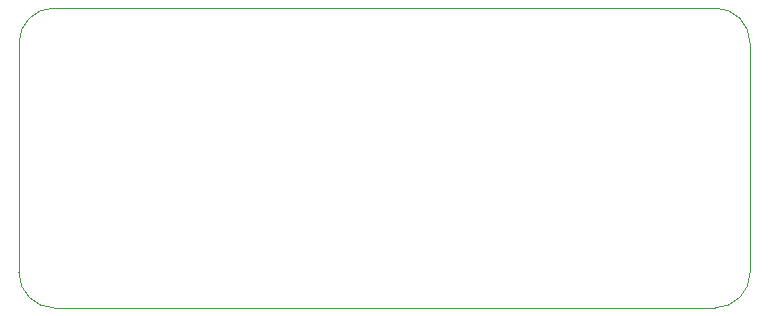
<source format=gm1>
%TF.GenerationSoftware,KiCad,Pcbnew,7.0.11*%
%TF.CreationDate,2024-04-18T21:43:45+08:00*%
%TF.ProjectId,UINIO-MCU-RP2040,55494e49-4f2d-44d4-9355-2d5250323034,Version 2.2.0*%
%TF.SameCoordinates,PX73394ecPY5396ed0*%
%TF.FileFunction,Profile,NP*%
%FSLAX46Y46*%
G04 Gerber Fmt 4.6, Leading zero omitted, Abs format (unit mm)*
G04 Created by KiCad (PCBNEW 7.0.11) date 2024-04-18 21:43:45*
%MOMM*%
%LPD*%
G01*
G04 APERTURE LIST*
%TA.AperFunction,Profile*%
%ADD10C,0.100000*%
%TD*%
G04 APERTURE END LIST*
D10*
X56880928Y-3000000D02*
G75*
G03*
X53880973Y0I-3000000J0D01*
G01*
X-5030972Y-22400000D02*
X-5030972Y-3000000D01*
X53880973Y-25400045D02*
G75*
G03*
X56880973Y-22400000I-45J3000045D01*
G01*
X56880973Y-3000000D02*
X56880973Y-22400000D01*
X53880973Y-25400000D02*
X-2030972Y-25400000D01*
X-2030972Y0D02*
G75*
G03*
X-5030972Y-3000000I0J-3000000D01*
G01*
X-2030972Y0D02*
X53880973Y0D01*
X-5030972Y-22400000D02*
G75*
G03*
X-2030972Y-25400000I3000000J0D01*
G01*
M02*

</source>
